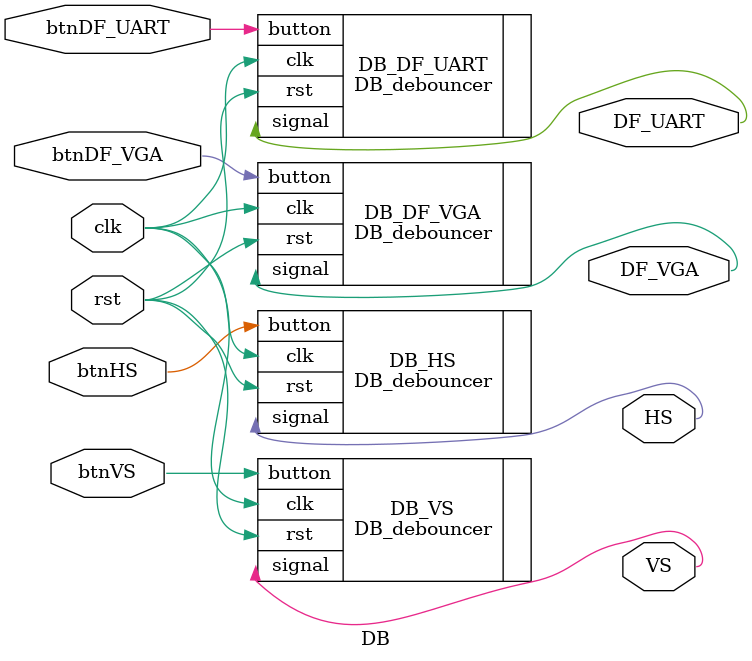
<source format=v>


module DB
(
input clk,
input rst,

input btnHS,
input btnVS,
input btnDF_UART,
input btnDF_VGA,
 
output HS,
output VS,
output DF_UART,
output DF_VGA
);

DB_debouncer DB_HS(.clk(clk), .rst(rst), .button(btnHS), .signal(HS));	
DB_debouncer DB_VS(.clk(clk), .rst(rst), .button(btnVS), .signal(VS));	
DB_debouncer DB_DF_UART(.clk(clk), .rst(rst), .button(btnDF_UART), .signal(DF_UART));	
DB_debouncer DB_DF_VGA(.clk(clk), .rst(rst), .button(btnDF_VGA), .signal(DF_VGA));	

endmodule


</source>
